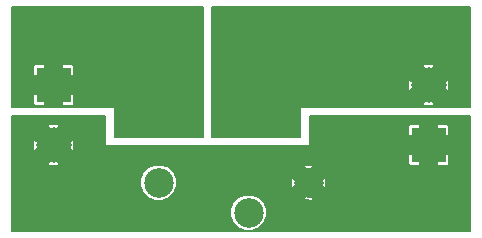
<source format=gbl>
G04 #@! TF.FileFunction,Copper,L2,Bot,Signal*
%FSLAX46Y46*%
G04 Gerber Fmt 4.6, Leading zero omitted, Abs format (unit mm)*
G04 Created by KiCad (PCBNEW 4.0.4-stable) date Thu Oct  6 00:02:17 2016*
%MOMM*%
%LPD*%
G01*
G04 APERTURE LIST*
%ADD10C,0.100000*%
%ADD11R,3.000000X3.000000*%
%ADD12C,3.000000*%
%ADD13C,2.499360*%
%ADD14C,0.600000*%
%ADD15C,0.170000*%
G04 APERTURE END LIST*
D10*
D11*
X162560000Y-76835000D03*
D12*
X162560000Y-71755000D03*
D11*
X130810000Y-71755000D03*
D12*
X130810000Y-76835000D03*
D13*
X152400000Y-80010000D03*
X147320000Y-82550000D03*
X139700000Y-80010000D03*
D14*
X141605000Y-75565000D03*
X140970000Y-75565000D03*
X140335000Y-75565000D03*
X139700000Y-75565000D03*
X139065000Y-75565000D03*
X138430000Y-75565000D03*
X137795000Y-75565000D03*
X137160000Y-75565000D03*
X136525000Y-75565000D03*
X136525000Y-74930000D03*
X136525000Y-74295000D03*
X136525000Y-73660000D03*
X136525000Y-73025000D03*
X136525000Y-72390000D03*
X136525000Y-71755000D03*
X136525000Y-71120000D03*
X136525000Y-70485000D03*
X136525000Y-69850000D03*
X136525000Y-69215000D03*
X136525000Y-68580000D03*
X136525000Y-67945000D03*
X142240000Y-75565000D03*
X142875000Y-75565000D03*
X137160000Y-67945000D03*
X140970000Y-67945000D03*
X140335000Y-67945000D03*
X139700000Y-67945000D03*
X139065000Y-67945000D03*
X138430000Y-67945000D03*
X137795000Y-67945000D03*
X141605000Y-67945000D03*
X142240000Y-67945000D03*
X142875000Y-67945000D03*
X150495000Y-69215000D03*
X149860000Y-69215000D03*
X149860000Y-74295000D03*
X151130000Y-74930000D03*
X151130000Y-74295000D03*
X150495000Y-74295000D03*
X149860000Y-74930000D03*
X150495000Y-74930000D03*
X151130000Y-75565000D03*
X150495000Y-75565000D03*
X149860000Y-75565000D03*
X149225000Y-75565000D03*
X148590000Y-75565000D03*
X147320000Y-75565000D03*
X147955000Y-75565000D03*
X151130000Y-69215000D03*
X151130000Y-68580000D03*
X150495000Y-68580000D03*
X149860000Y-68580000D03*
X151130000Y-67945000D03*
X147320000Y-67945000D03*
X147955000Y-67945000D03*
X148590000Y-67945000D03*
X149225000Y-67945000D03*
X149860000Y-67945000D03*
X150495000Y-67945000D03*
X146685000Y-75565000D03*
X146050000Y-75565000D03*
X146685000Y-67945000D03*
X146050000Y-67945000D03*
D15*
G36*
X166040000Y-73575000D02*
X151765000Y-73575000D01*
X151731930Y-73581697D01*
X151704071Y-73600732D01*
X151685813Y-73629106D01*
X151680000Y-73660000D01*
X151680000Y-76115000D01*
X144230000Y-76115000D01*
X144230000Y-73384262D01*
X161991398Y-73384262D01*
X162211836Y-73510183D01*
X162908164Y-73510183D01*
X163128602Y-73384262D01*
X162560000Y-72815660D01*
X161991398Y-73384262D01*
X144230000Y-73384262D01*
X144230000Y-71406836D01*
X160804817Y-71406836D01*
X160804817Y-72103164D01*
X160930738Y-72323602D01*
X161499340Y-71755000D01*
X163620660Y-71755000D01*
X164189262Y-72323602D01*
X164315183Y-72103164D01*
X164315183Y-71406836D01*
X164189262Y-71186398D01*
X163620660Y-71755000D01*
X161499340Y-71755000D01*
X160930738Y-71186398D01*
X160804817Y-71406836D01*
X144230000Y-71406836D01*
X144230000Y-70125738D01*
X161991398Y-70125738D01*
X162560000Y-70694340D01*
X163128602Y-70125738D01*
X162908164Y-69999817D01*
X162211836Y-69999817D01*
X161991398Y-70125738D01*
X144230000Y-70125738D01*
X144230000Y-65100000D01*
X166040000Y-65100000D01*
X166040000Y-73575000D01*
X166040000Y-73575000D01*
G37*
X166040000Y-73575000D02*
X151765000Y-73575000D01*
X151731930Y-73581697D01*
X151704071Y-73600732D01*
X151685813Y-73629106D01*
X151680000Y-73660000D01*
X151680000Y-76115000D01*
X144230000Y-76115000D01*
X144230000Y-73384262D01*
X161991398Y-73384262D01*
X162211836Y-73510183D01*
X162908164Y-73510183D01*
X163128602Y-73384262D01*
X162560000Y-72815660D01*
X161991398Y-73384262D01*
X144230000Y-73384262D01*
X144230000Y-71406836D01*
X160804817Y-71406836D01*
X160804817Y-72103164D01*
X160930738Y-72323602D01*
X161499340Y-71755000D01*
X163620660Y-71755000D01*
X164189262Y-72323602D01*
X164315183Y-72103164D01*
X164315183Y-71406836D01*
X164189262Y-71186398D01*
X163620660Y-71755000D01*
X161499340Y-71755000D01*
X160930738Y-71186398D01*
X160804817Y-71406836D01*
X144230000Y-71406836D01*
X144230000Y-70125738D01*
X161991398Y-70125738D01*
X162560000Y-70694340D01*
X163128602Y-70125738D01*
X162908164Y-69999817D01*
X162211836Y-69999817D01*
X161991398Y-70125738D01*
X144230000Y-70125738D01*
X144230000Y-65100000D01*
X166040000Y-65100000D01*
X166040000Y-73575000D01*
G36*
X143425000Y-76115000D02*
X135975000Y-76115000D01*
X135975000Y-73660000D01*
X135968303Y-73626930D01*
X135949268Y-73599071D01*
X135920894Y-73580813D01*
X135890000Y-73575000D01*
X127330000Y-73575000D01*
X127330000Y-72568750D01*
X129055000Y-72568750D01*
X129055000Y-73305723D01*
X129093822Y-73399446D01*
X129165554Y-73471179D01*
X129259278Y-73510000D01*
X129996250Y-73510000D01*
X130060000Y-73446250D01*
X130060000Y-72505000D01*
X131560000Y-72505000D01*
X131560000Y-73446250D01*
X131623750Y-73510000D01*
X132360722Y-73510000D01*
X132454446Y-73471179D01*
X132526178Y-73399446D01*
X132565000Y-73305723D01*
X132565000Y-72568750D01*
X132501250Y-72505000D01*
X131560000Y-72505000D01*
X130060000Y-72505000D01*
X129118750Y-72505000D01*
X129055000Y-72568750D01*
X127330000Y-72568750D01*
X127330000Y-70204277D01*
X129055000Y-70204277D01*
X129055000Y-70941250D01*
X129118750Y-71005000D01*
X130060000Y-71005000D01*
X130060000Y-70063750D01*
X131560000Y-70063750D01*
X131560000Y-71005000D01*
X132501250Y-71005000D01*
X132565000Y-70941250D01*
X132565000Y-70204277D01*
X132526178Y-70110554D01*
X132454446Y-70038821D01*
X132360722Y-70000000D01*
X131623750Y-70000000D01*
X131560000Y-70063750D01*
X130060000Y-70063750D01*
X129996250Y-70000000D01*
X129259278Y-70000000D01*
X129165554Y-70038821D01*
X129093822Y-70110554D01*
X129055000Y-70204277D01*
X127330000Y-70204277D01*
X127330000Y-65100000D01*
X143425000Y-65100000D01*
X143425000Y-76115000D01*
X143425000Y-76115000D01*
G37*
X143425000Y-76115000D02*
X135975000Y-76115000D01*
X135975000Y-73660000D01*
X135968303Y-73626930D01*
X135949268Y-73599071D01*
X135920894Y-73580813D01*
X135890000Y-73575000D01*
X127330000Y-73575000D01*
X127330000Y-72568750D01*
X129055000Y-72568750D01*
X129055000Y-73305723D01*
X129093822Y-73399446D01*
X129165554Y-73471179D01*
X129259278Y-73510000D01*
X129996250Y-73510000D01*
X130060000Y-73446250D01*
X130060000Y-72505000D01*
X131560000Y-72505000D01*
X131560000Y-73446250D01*
X131623750Y-73510000D01*
X132360722Y-73510000D01*
X132454446Y-73471179D01*
X132526178Y-73399446D01*
X132565000Y-73305723D01*
X132565000Y-72568750D01*
X132501250Y-72505000D01*
X131560000Y-72505000D01*
X130060000Y-72505000D01*
X129118750Y-72505000D01*
X129055000Y-72568750D01*
X127330000Y-72568750D01*
X127330000Y-70204277D01*
X129055000Y-70204277D01*
X129055000Y-70941250D01*
X129118750Y-71005000D01*
X130060000Y-71005000D01*
X130060000Y-70063750D01*
X131560000Y-70063750D01*
X131560000Y-71005000D01*
X132501250Y-71005000D01*
X132565000Y-70941250D01*
X132565000Y-70204277D01*
X132526178Y-70110554D01*
X132454446Y-70038821D01*
X132360722Y-70000000D01*
X131623750Y-70000000D01*
X131560000Y-70063750D01*
X130060000Y-70063750D01*
X129996250Y-70000000D01*
X129259278Y-70000000D01*
X129165554Y-70038821D01*
X129093822Y-70110554D01*
X129055000Y-70204277D01*
X127330000Y-70204277D01*
X127330000Y-65100000D01*
X143425000Y-65100000D01*
X143425000Y-76115000D01*
G36*
X135170000Y-76835000D02*
X135176697Y-76868070D01*
X135195732Y-76895929D01*
X135224106Y-76914187D01*
X135255000Y-76920000D01*
X152400000Y-76920000D01*
X152433070Y-76913303D01*
X152460929Y-76894268D01*
X152479187Y-76865894D01*
X152485000Y-76835000D01*
X152485000Y-75284277D01*
X160805000Y-75284277D01*
X160805000Y-76021250D01*
X160868750Y-76085000D01*
X161810000Y-76085000D01*
X161810000Y-75143750D01*
X163310000Y-75143750D01*
X163310000Y-76085000D01*
X164251250Y-76085000D01*
X164315000Y-76021250D01*
X164315000Y-75284277D01*
X164276178Y-75190554D01*
X164204446Y-75118821D01*
X164110722Y-75080000D01*
X163373750Y-75080000D01*
X163310000Y-75143750D01*
X161810000Y-75143750D01*
X161746250Y-75080000D01*
X161009278Y-75080000D01*
X160915554Y-75118821D01*
X160843822Y-75190554D01*
X160805000Y-75284277D01*
X152485000Y-75284277D01*
X152485000Y-74380000D01*
X166040000Y-74380000D01*
X166040000Y-84125000D01*
X127330000Y-84125000D01*
X127330000Y-82853927D01*
X145785054Y-82853927D01*
X146018203Y-83418191D01*
X146449539Y-83850280D01*
X147013394Y-84084413D01*
X147623927Y-84084946D01*
X148188191Y-83851797D01*
X148620280Y-83420461D01*
X148854413Y-82856606D01*
X148854946Y-82246073D01*
X148621797Y-81681809D01*
X148333510Y-81393018D01*
X151900639Y-81393018D01*
X152081932Y-81510824D01*
X152680484Y-81518300D01*
X152718068Y-81510824D01*
X152899361Y-81393018D01*
X152400000Y-80893657D01*
X151900639Y-81393018D01*
X148333510Y-81393018D01*
X148190461Y-81249720D01*
X147626606Y-81015587D01*
X147016073Y-81015054D01*
X146451809Y-81248203D01*
X146019720Y-81679539D01*
X145785587Y-82243394D01*
X145785054Y-82853927D01*
X127330000Y-82853927D01*
X127330000Y-80313927D01*
X138165054Y-80313927D01*
X138398203Y-80878191D01*
X138829539Y-81310280D01*
X139393394Y-81544413D01*
X140003927Y-81544946D01*
X140568191Y-81311797D01*
X141000280Y-80880461D01*
X141234413Y-80316606D01*
X141234435Y-80290484D01*
X150891700Y-80290484D01*
X150899176Y-80328068D01*
X151016982Y-80509361D01*
X151516343Y-80010000D01*
X153283657Y-80010000D01*
X153783018Y-80509361D01*
X153900824Y-80328068D01*
X153908300Y-79729516D01*
X153900824Y-79691932D01*
X153783018Y-79510639D01*
X153283657Y-80010000D01*
X151516343Y-80010000D01*
X151016982Y-79510639D01*
X150899176Y-79691932D01*
X150891700Y-80290484D01*
X141234435Y-80290484D01*
X141234946Y-79706073D01*
X141001797Y-79141809D01*
X140570461Y-78709720D01*
X140371206Y-78626982D01*
X151900639Y-78626982D01*
X152400000Y-79126343D01*
X152899361Y-78626982D01*
X152718068Y-78509176D01*
X152119516Y-78501700D01*
X152081932Y-78509176D01*
X151900639Y-78626982D01*
X140371206Y-78626982D01*
X140006606Y-78475587D01*
X139396073Y-78475054D01*
X138831809Y-78708203D01*
X138399720Y-79139539D01*
X138165587Y-79703394D01*
X138165054Y-80313927D01*
X127330000Y-80313927D01*
X127330000Y-78464262D01*
X130241398Y-78464262D01*
X130461836Y-78590183D01*
X131158164Y-78590183D01*
X131378602Y-78464262D01*
X130810000Y-77895660D01*
X130241398Y-78464262D01*
X127330000Y-78464262D01*
X127330000Y-77648750D01*
X160805000Y-77648750D01*
X160805000Y-78385723D01*
X160843822Y-78479446D01*
X160915554Y-78551179D01*
X161009278Y-78590000D01*
X161746250Y-78590000D01*
X161810000Y-78526250D01*
X161810000Y-77585000D01*
X163310000Y-77585000D01*
X163310000Y-78526250D01*
X163373750Y-78590000D01*
X164110722Y-78590000D01*
X164204446Y-78551179D01*
X164276178Y-78479446D01*
X164315000Y-78385723D01*
X164315000Y-77648750D01*
X164251250Y-77585000D01*
X163310000Y-77585000D01*
X161810000Y-77585000D01*
X160868750Y-77585000D01*
X160805000Y-77648750D01*
X127330000Y-77648750D01*
X127330000Y-76486836D01*
X129054817Y-76486836D01*
X129054817Y-77183164D01*
X129180738Y-77403602D01*
X129749340Y-76835000D01*
X131870660Y-76835000D01*
X132439262Y-77403602D01*
X132565183Y-77183164D01*
X132565183Y-76486836D01*
X132439262Y-76266398D01*
X131870660Y-76835000D01*
X129749340Y-76835000D01*
X129180738Y-76266398D01*
X129054817Y-76486836D01*
X127330000Y-76486836D01*
X127330000Y-75205738D01*
X130241398Y-75205738D01*
X130810000Y-75774340D01*
X131378602Y-75205738D01*
X131158164Y-75079817D01*
X130461836Y-75079817D01*
X130241398Y-75205738D01*
X127330000Y-75205738D01*
X127330000Y-74380000D01*
X135170000Y-74380000D01*
X135170000Y-76835000D01*
X135170000Y-76835000D01*
G37*
X135170000Y-76835000D02*
X135176697Y-76868070D01*
X135195732Y-76895929D01*
X135224106Y-76914187D01*
X135255000Y-76920000D01*
X152400000Y-76920000D01*
X152433070Y-76913303D01*
X152460929Y-76894268D01*
X152479187Y-76865894D01*
X152485000Y-76835000D01*
X152485000Y-75284277D01*
X160805000Y-75284277D01*
X160805000Y-76021250D01*
X160868750Y-76085000D01*
X161810000Y-76085000D01*
X161810000Y-75143750D01*
X163310000Y-75143750D01*
X163310000Y-76085000D01*
X164251250Y-76085000D01*
X164315000Y-76021250D01*
X164315000Y-75284277D01*
X164276178Y-75190554D01*
X164204446Y-75118821D01*
X164110722Y-75080000D01*
X163373750Y-75080000D01*
X163310000Y-75143750D01*
X161810000Y-75143750D01*
X161746250Y-75080000D01*
X161009278Y-75080000D01*
X160915554Y-75118821D01*
X160843822Y-75190554D01*
X160805000Y-75284277D01*
X152485000Y-75284277D01*
X152485000Y-74380000D01*
X166040000Y-74380000D01*
X166040000Y-84125000D01*
X127330000Y-84125000D01*
X127330000Y-82853927D01*
X145785054Y-82853927D01*
X146018203Y-83418191D01*
X146449539Y-83850280D01*
X147013394Y-84084413D01*
X147623927Y-84084946D01*
X148188191Y-83851797D01*
X148620280Y-83420461D01*
X148854413Y-82856606D01*
X148854946Y-82246073D01*
X148621797Y-81681809D01*
X148333510Y-81393018D01*
X151900639Y-81393018D01*
X152081932Y-81510824D01*
X152680484Y-81518300D01*
X152718068Y-81510824D01*
X152899361Y-81393018D01*
X152400000Y-80893657D01*
X151900639Y-81393018D01*
X148333510Y-81393018D01*
X148190461Y-81249720D01*
X147626606Y-81015587D01*
X147016073Y-81015054D01*
X146451809Y-81248203D01*
X146019720Y-81679539D01*
X145785587Y-82243394D01*
X145785054Y-82853927D01*
X127330000Y-82853927D01*
X127330000Y-80313927D01*
X138165054Y-80313927D01*
X138398203Y-80878191D01*
X138829539Y-81310280D01*
X139393394Y-81544413D01*
X140003927Y-81544946D01*
X140568191Y-81311797D01*
X141000280Y-80880461D01*
X141234413Y-80316606D01*
X141234435Y-80290484D01*
X150891700Y-80290484D01*
X150899176Y-80328068D01*
X151016982Y-80509361D01*
X151516343Y-80010000D01*
X153283657Y-80010000D01*
X153783018Y-80509361D01*
X153900824Y-80328068D01*
X153908300Y-79729516D01*
X153900824Y-79691932D01*
X153783018Y-79510639D01*
X153283657Y-80010000D01*
X151516343Y-80010000D01*
X151016982Y-79510639D01*
X150899176Y-79691932D01*
X150891700Y-80290484D01*
X141234435Y-80290484D01*
X141234946Y-79706073D01*
X141001797Y-79141809D01*
X140570461Y-78709720D01*
X140371206Y-78626982D01*
X151900639Y-78626982D01*
X152400000Y-79126343D01*
X152899361Y-78626982D01*
X152718068Y-78509176D01*
X152119516Y-78501700D01*
X152081932Y-78509176D01*
X151900639Y-78626982D01*
X140371206Y-78626982D01*
X140006606Y-78475587D01*
X139396073Y-78475054D01*
X138831809Y-78708203D01*
X138399720Y-79139539D01*
X138165587Y-79703394D01*
X138165054Y-80313927D01*
X127330000Y-80313927D01*
X127330000Y-78464262D01*
X130241398Y-78464262D01*
X130461836Y-78590183D01*
X131158164Y-78590183D01*
X131378602Y-78464262D01*
X130810000Y-77895660D01*
X130241398Y-78464262D01*
X127330000Y-78464262D01*
X127330000Y-77648750D01*
X160805000Y-77648750D01*
X160805000Y-78385723D01*
X160843822Y-78479446D01*
X160915554Y-78551179D01*
X161009278Y-78590000D01*
X161746250Y-78590000D01*
X161810000Y-78526250D01*
X161810000Y-77585000D01*
X163310000Y-77585000D01*
X163310000Y-78526250D01*
X163373750Y-78590000D01*
X164110722Y-78590000D01*
X164204446Y-78551179D01*
X164276178Y-78479446D01*
X164315000Y-78385723D01*
X164315000Y-77648750D01*
X164251250Y-77585000D01*
X163310000Y-77585000D01*
X161810000Y-77585000D01*
X160868750Y-77585000D01*
X160805000Y-77648750D01*
X127330000Y-77648750D01*
X127330000Y-76486836D01*
X129054817Y-76486836D01*
X129054817Y-77183164D01*
X129180738Y-77403602D01*
X129749340Y-76835000D01*
X131870660Y-76835000D01*
X132439262Y-77403602D01*
X132565183Y-77183164D01*
X132565183Y-76486836D01*
X132439262Y-76266398D01*
X131870660Y-76835000D01*
X129749340Y-76835000D01*
X129180738Y-76266398D01*
X129054817Y-76486836D01*
X127330000Y-76486836D01*
X127330000Y-75205738D01*
X130241398Y-75205738D01*
X130810000Y-75774340D01*
X131378602Y-75205738D01*
X131158164Y-75079817D01*
X130461836Y-75079817D01*
X130241398Y-75205738D01*
X127330000Y-75205738D01*
X127330000Y-74380000D01*
X135170000Y-74380000D01*
X135170000Y-76835000D01*
M02*

</source>
